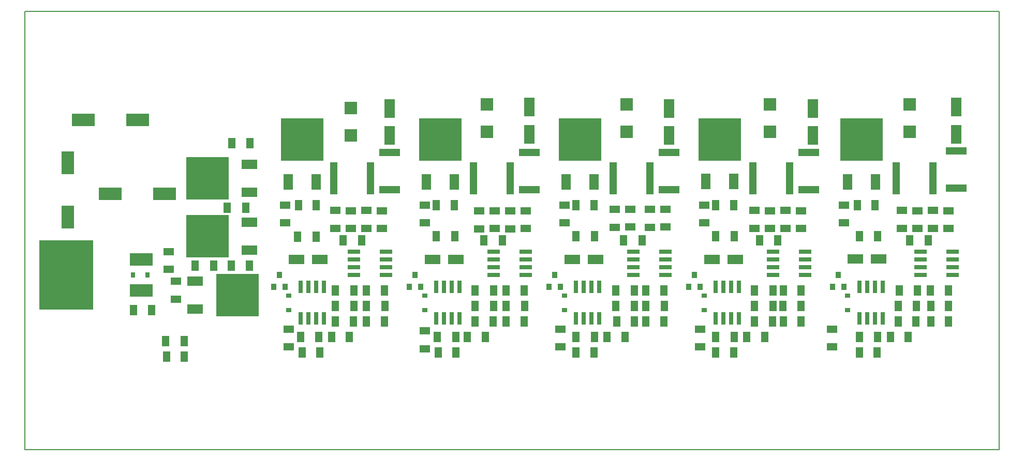
<source format=gbr>
G04 PROTEUS GERBER X2 FILE*
%TF.GenerationSoftware,Labcenter,Proteus,8.7-SP3-Build25561*%
%TF.CreationDate,2021-05-23T19:28:46+00:00*%
%TF.FileFunction,Paste,Top*%
%TF.FilePolarity,Positive*%
%TF.Part,Single*%
%TF.SameCoordinates,{ce74c1e3-353a-4a96-b4f4-cabdf69041bd}*%
%FSLAX45Y45*%
%MOMM*%
G01*
%TA.AperFunction,Material*%
%ADD84R,1.193800X5.308600*%
%ADD85R,1.143000X1.803400*%
%ADD86R,1.803400X1.143000*%
%ADD87R,2.108200X2.108200*%
%ADD88R,1.651000X3.048000*%
%ADD89R,3.403600X1.244600*%
%TA.AperFunction,Material*%
%ADD90R,6.985000X6.985000*%
%ADD91R,1.524000X2.540000*%
%TA.AperFunction,Material*%
%ADD92R,0.635000X2.032000*%
%TA.AperFunction,Material*%
%ADD93R,2.540000X1.524000*%
%ADD94R,0.889000X0.635000*%
%TA.AperFunction,Material*%
%ADD95R,0.889000X1.016000*%
%TA.AperFunction,Material*%
%ADD96R,2.032000X0.635000*%
%TA.AperFunction,Material*%
%ADD97R,2.032000X3.810000*%
%ADD98R,0.635000X0.889000*%
%TA.AperFunction,Material*%
%ADD99R,8.890000X11.430000*%
%ADD100R,3.810000X2.032000*%
%TA.AperFunction,Profile*%
%ADD38C,0.203200*%
%TD.AperFunction*%
D84*
X-1778000Y+190500D03*
X-2378000Y+190500D03*
D85*
X-4117620Y-292100D03*
X-3817620Y-292100D03*
D86*
X-4960620Y-1498600D03*
X-4960620Y-1798600D03*
D87*
X-2095500Y+1339000D03*
X-2095500Y+889000D03*
D88*
X-1460500Y+889000D03*
X-1460500Y+1333500D03*
D89*
X-1460500Y+610000D03*
X-1460500Y+0D03*
D90*
X-2895600Y+817880D03*
D91*
X-3124200Y+127000D03*
X-2667000Y+127000D03*
D92*
X-2921000Y-2108200D03*
X-2794000Y-2108200D03*
X-2667000Y-2108200D03*
X-2540000Y-2108200D03*
X-2540000Y-1587500D03*
X-2667000Y-1587500D03*
X-2794000Y-1587500D03*
X-2921000Y-1587500D03*
D85*
X-2667000Y-254000D03*
X-2957000Y-254000D03*
D86*
X-3175000Y-254000D03*
X-3175000Y-544000D03*
D85*
X-2967000Y-768350D03*
X-2667000Y-768350D03*
D93*
X-2984500Y-1143000D03*
X-2603500Y-1143000D03*
D94*
X-3111500Y-1968500D03*
X-3111500Y-1733550D03*
D85*
X-2921000Y-2413000D03*
X-2621000Y-2413000D03*
X-2893500Y-2667000D03*
X-2603500Y-2667000D03*
D95*
X-3268980Y-1397000D03*
X-3362960Y-1587500D03*
X-3175000Y-1587500D03*
D86*
X-3111500Y-2286000D03*
X-3111500Y-2576000D03*
X-1587500Y-635000D03*
X-1587500Y-345000D03*
X-2095500Y-635000D03*
X-2095500Y-345000D03*
X-1841500Y-335000D03*
X-1841500Y-635000D03*
D96*
X-2044700Y-1016000D03*
X-2044700Y-1143000D03*
X-2044700Y-1270000D03*
X-2044700Y-1397000D03*
X-1524000Y-1397000D03*
X-1524000Y-1270000D03*
X-1524000Y-1143000D03*
X-1524000Y-1016000D03*
D85*
X-2222500Y-825500D03*
X-1922500Y-825500D03*
X-1841500Y-2159000D03*
X-1551500Y-2159000D03*
X-1841500Y-1651000D03*
X-1551500Y-1651000D03*
X-2349500Y-2159000D03*
X-2059500Y-2159000D03*
X-2349500Y-1651000D03*
X-2049500Y-1651000D03*
X-2349500Y-1905000D03*
X-2049500Y-1905000D03*
X-1841500Y-1905000D03*
X-1541500Y-1905000D03*
D86*
X-2349500Y-335000D03*
X-2349500Y-635000D03*
D90*
X-635000Y+817880D03*
D91*
X-863600Y+127000D03*
X-406400Y+127000D03*
D84*
X+508000Y+190500D03*
X-92000Y+190500D03*
D87*
X+127000Y+1397000D03*
X+127000Y+947000D03*
D88*
X+825500Y+907000D03*
X+825500Y+1351500D03*
D89*
X+825500Y+610000D03*
X+825500Y+0D03*
D96*
X+241300Y-1016000D03*
X+241300Y-1143000D03*
X+241300Y-1270000D03*
X+241300Y-1397000D03*
X+762000Y-1397000D03*
X+762000Y-1270000D03*
X+762000Y-1143000D03*
X+762000Y-1016000D03*
D86*
X-889000Y-254000D03*
X-889000Y-544000D03*
D85*
X-408500Y-254000D03*
X-698500Y-254000D03*
X-698500Y-762000D03*
X-398500Y-762000D03*
D93*
X-762000Y-1143000D03*
X-381000Y-1143000D03*
D95*
X-1046480Y-1397000D03*
X-1140460Y-1587500D03*
X-952500Y-1587500D03*
D94*
X-889000Y-1968500D03*
X-889000Y-1733550D03*
D92*
X-698500Y-2108200D03*
X-571500Y-2108200D03*
X-444500Y-2108200D03*
X-317500Y-2108200D03*
X-317500Y-1587500D03*
X-444500Y-1587500D03*
X-571500Y-1587500D03*
X-698500Y-1587500D03*
D86*
X-889000Y-2313500D03*
X-889000Y-2603500D03*
D85*
X-671000Y-2667000D03*
X-381000Y-2667000D03*
X-681000Y-2413000D03*
X-381000Y-2413000D03*
D86*
X+0Y-345000D03*
X+0Y-645000D03*
X+508000Y-345000D03*
X+508000Y-645000D03*
X+762000Y-635000D03*
X+762000Y-345000D03*
X+254000Y-635000D03*
X+254000Y-345000D03*
D85*
X+81000Y-825500D03*
X+381000Y-825500D03*
X-63500Y-1651000D03*
X+236500Y-1651000D03*
X-63500Y-1905000D03*
X+236500Y-1905000D03*
X-63500Y-2159000D03*
X+226500Y-2159000D03*
X+444500Y-1651000D03*
X+734500Y-1651000D03*
X+444500Y-2159000D03*
X+734500Y-2159000D03*
X+444500Y-1905000D03*
X+744500Y-1905000D03*
D88*
X+3111500Y+889000D03*
X+3111500Y+1333500D03*
D87*
X+2413000Y+1397000D03*
X+2413000Y+947000D03*
D94*
X+1397000Y-1968500D03*
X+1397000Y-1733550D03*
D84*
X+2794000Y+190500D03*
X+2194000Y+190500D03*
D95*
X+1239520Y-1397000D03*
X+1145540Y-1587500D03*
X+1333500Y-1587500D03*
D90*
X+1651000Y+817880D03*
D91*
X+1422400Y+127000D03*
X+1879600Y+127000D03*
D96*
X+2527300Y-1016000D03*
X+2527300Y-1143000D03*
X+2527300Y-1270000D03*
X+2527300Y-1397000D03*
X+3048000Y-1397000D03*
X+3048000Y-1270000D03*
X+3048000Y-1143000D03*
X+3048000Y-1016000D03*
D92*
X+1587500Y-2108200D03*
X+1714500Y-2108200D03*
X+1841500Y-2108200D03*
X+1968500Y-2108200D03*
X+1968500Y-1587500D03*
X+1841500Y-1587500D03*
X+1714500Y-1587500D03*
X+1587500Y-1587500D03*
D89*
X+3111500Y+610000D03*
X+3111500Y+0D03*
D85*
X+1587500Y-762000D03*
X+1887500Y-762000D03*
D93*
X+1524000Y-1143000D03*
X+1905000Y-1143000D03*
D86*
X+1397000Y-254000D03*
X+1397000Y-544000D03*
D85*
X+1877500Y-254000D03*
X+1587500Y-254000D03*
X+1587500Y-2667000D03*
X+1877500Y-2667000D03*
D86*
X+1333500Y-2286000D03*
X+1333500Y-2576000D03*
D85*
X+1587500Y-2413000D03*
X+1887500Y-2413000D03*
D86*
X+2222500Y-317500D03*
X+2222500Y-617500D03*
X+2476500Y-607500D03*
X+2476500Y-317500D03*
X+3048000Y-607500D03*
X+3048000Y-317500D03*
X+2794000Y-617500D03*
X+2794000Y-317500D03*
D85*
X+2367000Y-825500D03*
X+2667000Y-825500D03*
X+2730500Y-2159000D03*
X+3020500Y-2159000D03*
X+2730500Y-1651000D03*
X+3020500Y-1651000D03*
X+2250000Y-2159000D03*
X+2540000Y-2159000D03*
X+2240000Y-1905000D03*
X+2540000Y-1905000D03*
X+2730500Y-1905000D03*
X+3030500Y-1905000D03*
X+2240000Y-1651000D03*
X+2540000Y-1651000D03*
D88*
X+5461000Y+889000D03*
X+5461000Y+1333500D03*
D87*
X+4762500Y+1397000D03*
X+4762500Y+947000D03*
D94*
X+3683000Y-1968500D03*
X+3683000Y-1733550D03*
D84*
X+5080000Y+190500D03*
X+4480000Y+190500D03*
D95*
X+3525520Y-1397000D03*
X+3431540Y-1587500D03*
X+3619500Y-1587500D03*
D90*
X+3937000Y+825500D03*
D91*
X+3708400Y+134620D03*
X+4165600Y+134620D03*
D95*
X+5875020Y-1397000D03*
X+5781040Y-1587500D03*
X+5969000Y-1587500D03*
D90*
X+6261100Y+817880D03*
D91*
X+6032500Y+127000D03*
X+6489700Y+127000D03*
D89*
X+5397500Y+610000D03*
X+5397500Y+0D03*
X+7810500Y+635000D03*
X+7810500Y+25000D03*
D96*
X+4813300Y-1016000D03*
X+4813300Y-1143000D03*
X+4813300Y-1270000D03*
X+4813300Y-1397000D03*
X+5334000Y-1397000D03*
X+5334000Y-1270000D03*
X+5334000Y-1143000D03*
X+5334000Y-1016000D03*
D92*
X+3873500Y-2108200D03*
X+4000500Y-2108200D03*
X+4127500Y-2108200D03*
X+4254500Y-2108200D03*
X+4254500Y-1587500D03*
X+4127500Y-1587500D03*
X+4000500Y-1587500D03*
X+3873500Y-1587500D03*
D96*
X+7226300Y-1016000D03*
X+7226300Y-1143000D03*
X+7226300Y-1270000D03*
X+7226300Y-1397000D03*
X+7747000Y-1397000D03*
X+7747000Y-1270000D03*
X+7747000Y-1143000D03*
X+7747000Y-1016000D03*
D92*
X+6223000Y-2108200D03*
X+6350000Y-2108200D03*
X+6477000Y-2108200D03*
X+6604000Y-2108200D03*
X+6604000Y-1587500D03*
X+6477000Y-1587500D03*
X+6350000Y-1587500D03*
X+6223000Y-1587500D03*
D85*
X+3873500Y-2413000D03*
X+4173500Y-2413000D03*
X+3873500Y-762000D03*
X+4173500Y-762000D03*
D93*
X+3810000Y-1143000D03*
X+4191000Y-1143000D03*
D86*
X+3619500Y-2286000D03*
X+3619500Y-2576000D03*
X+3683000Y-254000D03*
X+3683000Y-544000D03*
D85*
X+4163500Y-254000D03*
X+3873500Y-254000D03*
X+3873500Y-2667000D03*
X+4163500Y-2667000D03*
D86*
X+5270500Y-635000D03*
X+5270500Y-345000D03*
X+4762500Y-635000D03*
X+4762500Y-345000D03*
D85*
X+4508500Y-2159000D03*
X+4798500Y-2159000D03*
X+4589500Y-825500D03*
X+4889500Y-825500D03*
D86*
X+5016500Y-335000D03*
X+5016500Y-635000D03*
X+4508500Y-335000D03*
X+4508500Y-635000D03*
D85*
X+4980500Y-2159000D03*
X+5270500Y-2159000D03*
X+4980500Y-1651000D03*
X+5270500Y-1651000D03*
X+7393500Y-2159000D03*
X+7683500Y-2159000D03*
X+4508500Y-1905000D03*
X+4808500Y-1905000D03*
X+4970500Y-1905000D03*
X+5270500Y-1905000D03*
X+4508500Y-1651000D03*
X+4808500Y-1651000D03*
D88*
X+7810500Y+907000D03*
X+7810500Y+1351500D03*
D87*
X+7048500Y+1397000D03*
X+7048500Y+947000D03*
D94*
X+6032500Y-1968500D03*
X+6032500Y-1733550D03*
D84*
X+7429500Y+190500D03*
X+6829500Y+190500D03*
D85*
X+6858000Y-1905000D03*
X+7158000Y-1905000D03*
X+6223000Y-762000D03*
X+6523000Y-762000D03*
D93*
X+6159500Y-1135380D03*
X+6540500Y-1135380D03*
D86*
X+5969000Y-254000D03*
X+5969000Y-544000D03*
D85*
X+6477000Y-254000D03*
X+6187000Y-254000D03*
D86*
X+5778500Y-2286000D03*
X+5778500Y-2576000D03*
D85*
X+6223000Y-2667000D03*
X+6513000Y-2667000D03*
X+6223000Y-2413000D03*
X+6523000Y-2413000D03*
X+7048500Y-825500D03*
X+7348500Y-825500D03*
X+7383500Y-1651000D03*
X+7683500Y-1651000D03*
D86*
X+7429500Y-335000D03*
X+7429500Y-635000D03*
D85*
X+6875500Y-1651000D03*
X+7175500Y-1651000D03*
D86*
X+6921500Y-335000D03*
X+6921500Y-635000D03*
D85*
X+7393500Y-1905000D03*
X+7683500Y-1905000D03*
D86*
X+7683500Y-635000D03*
X+7683500Y-345000D03*
X+7175500Y-635000D03*
X+7175500Y-345000D03*
D85*
X+6858000Y-2159000D03*
X+7148000Y-2159000D03*
X-4054120Y-1244600D03*
X-3754120Y-1244600D03*
X-4046500Y+762000D03*
X-3746500Y+762000D03*
X-4826000Y-2476500D03*
X-5126000Y-2476500D03*
D86*
X-5080000Y-1306000D03*
X-5080000Y-1016000D03*
D85*
X-4826000Y-2730500D03*
X-5116000Y-2730500D03*
D90*
X-3952240Y-1727200D03*
D93*
X-4643120Y-1498600D03*
X-4643120Y-1955800D03*
D90*
X-4445000Y-762000D03*
D93*
X-3754120Y-990600D03*
X-3754120Y-533400D03*
D90*
X-4445000Y+190500D03*
D93*
X-3754120Y-38100D03*
X-3754120Y+419100D03*
D85*
X-4643120Y-1244600D03*
X-4343120Y-1244600D03*
X-2413000Y-2413000D03*
X-2123000Y-2413000D03*
X-190500Y-2413000D03*
X+99500Y-2413000D03*
X+2095500Y-2413000D03*
X+2385500Y-2413000D03*
X+4381500Y-2413000D03*
X+4671500Y-2413000D03*
X+6731000Y-2413000D03*
X+7021000Y-2413000D03*
D97*
X-6731000Y-444500D03*
X-6731000Y+444500D03*
D98*
X-5429250Y-1397000D03*
X-5664200Y-1397000D03*
D99*
X-6756400Y-1396216D03*
D100*
X-5524500Y-1650216D03*
X-5524500Y-1142216D03*
D85*
X-5361500Y-1968500D03*
X-5651500Y-1968500D03*
D100*
X-6032500Y-63500D03*
X-5143500Y-63500D03*
X-6477000Y+1143000D03*
X-5588000Y+1143000D03*
D38*
X-7429500Y-4254500D02*
X+8509000Y-4254500D01*
X+8509000Y+2921000D01*
X-7429500Y+2921000D01*
X-7429500Y-4254500D01*
M02*

</source>
